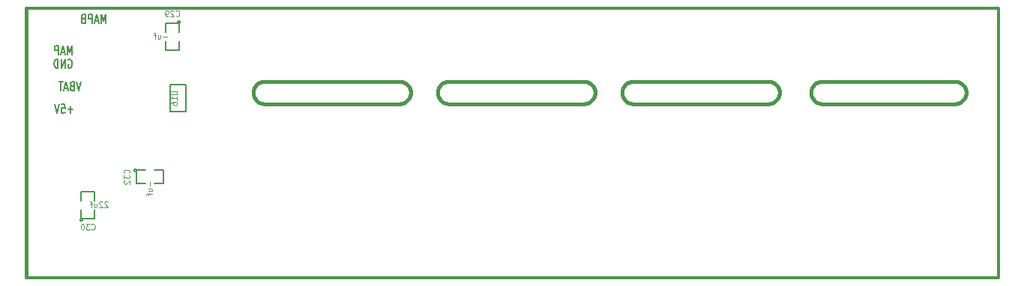
<source format=gbo>
G04 (created by PCBNEW-RS274X (20100406 SVN-R2508)-final) date 6/3/2010 9:59:45 PM*
G01*
G70*
G90*
%MOIN*%
G04 Gerber Fmt 3.4, Leading zero omitted, Abs format*
%FSLAX34Y34*%
G04 APERTURE LIST*
%ADD10C,0.006000*%
%ADD11C,0.012000*%
%ADD12C,0.015000*%
%ADD13C,0.005000*%
%ADD14C,0.004200*%
G04 APERTURE END LIST*
G54D10*
G54D11*
X64250Y-43250D02*
X21000Y-43250D01*
X64250Y-55250D02*
X64250Y-43250D01*
X21000Y-55250D02*
X64250Y-55250D01*
G54D12*
X21000Y-55200D02*
X21000Y-55000D01*
X54000Y-47500D02*
X48000Y-47500D01*
X31600Y-46500D02*
X31557Y-46502D01*
X31514Y-46508D01*
X31471Y-46518D01*
X31429Y-46531D01*
X31389Y-46547D01*
X31351Y-46567D01*
X31314Y-46591D01*
X31279Y-46617D01*
X31247Y-46647D01*
X31217Y-46679D01*
X31191Y-46714D01*
X31167Y-46751D01*
X31147Y-46789D01*
X31131Y-46829D01*
X31118Y-46871D01*
X31108Y-46914D01*
X31102Y-46957D01*
X31100Y-47000D01*
X31100Y-47000D02*
X31102Y-47043D01*
X31108Y-47086D01*
X31118Y-47129D01*
X31131Y-47171D01*
X31147Y-47211D01*
X31167Y-47249D01*
X31191Y-47286D01*
X31217Y-47321D01*
X31247Y-47353D01*
X31279Y-47383D01*
X31314Y-47409D01*
X31351Y-47433D01*
X31389Y-47453D01*
X31429Y-47469D01*
X31471Y-47482D01*
X31514Y-47492D01*
X31557Y-47498D01*
X31600Y-47500D01*
X37600Y-47500D02*
X37643Y-47498D01*
X37686Y-47492D01*
X37729Y-47482D01*
X37771Y-47469D01*
X37811Y-47453D01*
X37850Y-47433D01*
X37886Y-47409D01*
X37921Y-47383D01*
X37953Y-47353D01*
X37983Y-47321D01*
X38009Y-47286D01*
X38033Y-47249D01*
X38053Y-47211D01*
X38069Y-47171D01*
X38082Y-47129D01*
X38092Y-47086D01*
X38098Y-47043D01*
X38100Y-47000D01*
X38100Y-47000D02*
X38098Y-46957D01*
X38092Y-46914D01*
X38082Y-46871D01*
X38069Y-46829D01*
X38053Y-46789D01*
X38033Y-46751D01*
X38009Y-46714D01*
X37983Y-46679D01*
X37953Y-46647D01*
X37921Y-46617D01*
X37886Y-46591D01*
X37850Y-46567D01*
X37811Y-46547D01*
X37771Y-46531D01*
X37729Y-46518D01*
X37686Y-46508D01*
X37643Y-46502D01*
X37600Y-46500D01*
X39800Y-46500D02*
X39757Y-46502D01*
X39714Y-46508D01*
X39671Y-46518D01*
X39629Y-46531D01*
X39589Y-46547D01*
X39551Y-46567D01*
X39514Y-46591D01*
X39479Y-46617D01*
X39447Y-46647D01*
X39417Y-46679D01*
X39391Y-46714D01*
X39367Y-46751D01*
X39347Y-46789D01*
X39331Y-46829D01*
X39318Y-46871D01*
X39308Y-46914D01*
X39302Y-46957D01*
X39300Y-47000D01*
X39300Y-47000D02*
X39302Y-47043D01*
X39308Y-47086D01*
X39318Y-47129D01*
X39331Y-47171D01*
X39347Y-47211D01*
X39367Y-47249D01*
X39391Y-47286D01*
X39417Y-47321D01*
X39447Y-47353D01*
X39479Y-47383D01*
X39514Y-47409D01*
X39551Y-47433D01*
X39589Y-47453D01*
X39629Y-47469D01*
X39671Y-47482D01*
X39714Y-47492D01*
X39757Y-47498D01*
X39800Y-47500D01*
X45800Y-47500D02*
X45843Y-47498D01*
X45886Y-47492D01*
X45929Y-47482D01*
X45971Y-47469D01*
X46011Y-47453D01*
X46050Y-47433D01*
X46086Y-47409D01*
X46121Y-47383D01*
X46153Y-47353D01*
X46183Y-47321D01*
X46209Y-47286D01*
X46233Y-47249D01*
X46253Y-47211D01*
X46269Y-47171D01*
X46282Y-47129D01*
X46292Y-47086D01*
X46298Y-47043D01*
X46300Y-47000D01*
X46300Y-47000D02*
X46298Y-46957D01*
X46292Y-46914D01*
X46282Y-46871D01*
X46269Y-46829D01*
X46253Y-46789D01*
X46233Y-46751D01*
X46209Y-46714D01*
X46183Y-46679D01*
X46153Y-46647D01*
X46121Y-46617D01*
X46086Y-46591D01*
X46050Y-46567D01*
X46011Y-46547D01*
X45971Y-46531D01*
X45929Y-46518D01*
X45886Y-46508D01*
X45843Y-46502D01*
X45800Y-46500D01*
X48000Y-46500D02*
X47957Y-46502D01*
X47914Y-46508D01*
X47871Y-46518D01*
X47829Y-46531D01*
X47789Y-46547D01*
X47751Y-46567D01*
X47714Y-46591D01*
X47679Y-46617D01*
X47647Y-46647D01*
X47617Y-46679D01*
X47591Y-46714D01*
X47567Y-46751D01*
X47547Y-46789D01*
X47531Y-46829D01*
X47518Y-46871D01*
X47508Y-46914D01*
X47502Y-46957D01*
X47500Y-47000D01*
X47500Y-47000D02*
X47502Y-47043D01*
X47508Y-47086D01*
X47518Y-47129D01*
X47531Y-47171D01*
X47547Y-47211D01*
X47567Y-47249D01*
X47591Y-47286D01*
X47617Y-47321D01*
X47647Y-47353D01*
X47679Y-47383D01*
X47714Y-47409D01*
X47751Y-47433D01*
X47789Y-47453D01*
X47829Y-47469D01*
X47871Y-47482D01*
X47914Y-47492D01*
X47957Y-47498D01*
X48000Y-47500D01*
X54000Y-47500D02*
X54043Y-47498D01*
X54086Y-47492D01*
X54129Y-47482D01*
X54171Y-47469D01*
X54211Y-47453D01*
X54250Y-47433D01*
X54286Y-47409D01*
X54321Y-47383D01*
X54353Y-47353D01*
X54383Y-47321D01*
X54409Y-47286D01*
X54433Y-47249D01*
X54453Y-47211D01*
X54469Y-47171D01*
X54482Y-47129D01*
X54492Y-47086D01*
X54498Y-47043D01*
X54500Y-47000D01*
X54500Y-47000D02*
X54498Y-46957D01*
X54492Y-46914D01*
X54482Y-46871D01*
X54469Y-46829D01*
X54453Y-46789D01*
X54433Y-46751D01*
X54409Y-46714D01*
X54383Y-46679D01*
X54353Y-46647D01*
X54321Y-46617D01*
X54286Y-46591D01*
X54250Y-46567D01*
X54211Y-46547D01*
X54171Y-46531D01*
X54129Y-46518D01*
X54086Y-46508D01*
X54043Y-46502D01*
X54000Y-46500D01*
X55900Y-47000D02*
X55902Y-47043D01*
X55908Y-47086D01*
X55918Y-47129D01*
X55931Y-47171D01*
X55947Y-47211D01*
X55967Y-47249D01*
X55991Y-47286D01*
X56017Y-47321D01*
X56047Y-47353D01*
X56079Y-47383D01*
X56114Y-47409D01*
X56151Y-47433D01*
X56189Y-47453D01*
X56229Y-47469D01*
X56271Y-47482D01*
X56314Y-47492D01*
X56357Y-47498D01*
X56400Y-47500D01*
X56400Y-46500D02*
X56357Y-46502D01*
X56314Y-46508D01*
X56271Y-46518D01*
X56229Y-46531D01*
X56189Y-46547D01*
X56151Y-46567D01*
X56114Y-46591D01*
X56079Y-46617D01*
X56047Y-46647D01*
X56017Y-46679D01*
X55991Y-46714D01*
X55967Y-46751D01*
X55947Y-46789D01*
X55931Y-46829D01*
X55918Y-46871D01*
X55908Y-46914D01*
X55902Y-46957D01*
X55900Y-47000D01*
X62300Y-47500D02*
X62343Y-47498D01*
X62386Y-47492D01*
X62429Y-47482D01*
X62471Y-47469D01*
X62511Y-47453D01*
X62550Y-47433D01*
X62586Y-47409D01*
X62621Y-47383D01*
X62653Y-47353D01*
X62683Y-47321D01*
X62709Y-47286D01*
X62733Y-47249D01*
X62753Y-47211D01*
X62769Y-47171D01*
X62782Y-47129D01*
X62792Y-47086D01*
X62798Y-47043D01*
X62800Y-47000D01*
X62800Y-47000D02*
X62798Y-46957D01*
X62792Y-46914D01*
X62782Y-46871D01*
X62769Y-46829D01*
X62753Y-46789D01*
X62733Y-46751D01*
X62709Y-46714D01*
X62683Y-46679D01*
X62653Y-46647D01*
X62621Y-46617D01*
X62586Y-46591D01*
X62550Y-46567D01*
X62511Y-46547D01*
X62471Y-46531D01*
X62429Y-46518D01*
X62386Y-46508D01*
X62343Y-46502D01*
X62300Y-46500D01*
X31600Y-47500D02*
X37600Y-47500D01*
X37600Y-46500D02*
X31600Y-46500D01*
X39800Y-47500D02*
X45800Y-47500D01*
X45800Y-46500D02*
X39800Y-46500D01*
X54000Y-46500D02*
X48000Y-46500D01*
X56400Y-46500D02*
X62300Y-46500D01*
X62300Y-47500D02*
X56400Y-47500D01*
G54D13*
X23086Y-47760D02*
X22857Y-47760D01*
X22971Y-47912D02*
X22971Y-47607D01*
X22572Y-47512D02*
X22715Y-47512D01*
X22729Y-47702D01*
X22715Y-47683D01*
X22686Y-47664D01*
X22615Y-47664D01*
X22586Y-47683D01*
X22572Y-47702D01*
X22557Y-47740D01*
X22557Y-47836D01*
X22572Y-47874D01*
X22586Y-47893D01*
X22615Y-47912D01*
X22686Y-47912D01*
X22715Y-47893D01*
X22729Y-47874D01*
X22471Y-47512D02*
X22371Y-47912D01*
X22271Y-47512D01*
X23442Y-46512D02*
X23342Y-46912D01*
X23242Y-46512D01*
X23043Y-46702D02*
X23000Y-46721D01*
X22985Y-46740D01*
X22971Y-46779D01*
X22971Y-46836D01*
X22985Y-46874D01*
X23000Y-46893D01*
X23028Y-46912D01*
X23143Y-46912D01*
X23143Y-46512D01*
X23043Y-46512D01*
X23014Y-46531D01*
X23000Y-46550D01*
X22985Y-46588D01*
X22985Y-46626D01*
X23000Y-46664D01*
X23014Y-46683D01*
X23043Y-46702D01*
X23143Y-46702D01*
X22857Y-46798D02*
X22714Y-46798D01*
X22885Y-46912D02*
X22785Y-46512D01*
X22685Y-46912D01*
X22628Y-46512D02*
X22457Y-46512D01*
X22543Y-46912D02*
X22543Y-46512D01*
X22878Y-45531D02*
X22907Y-45512D01*
X22950Y-45512D01*
X22993Y-45531D01*
X23021Y-45569D01*
X23036Y-45607D01*
X23050Y-45683D01*
X23050Y-45740D01*
X23036Y-45817D01*
X23021Y-45855D01*
X22993Y-45893D01*
X22950Y-45912D01*
X22921Y-45912D01*
X22878Y-45893D01*
X22864Y-45874D01*
X22864Y-45740D01*
X22921Y-45740D01*
X22736Y-45912D02*
X22736Y-45512D01*
X22564Y-45912D01*
X22564Y-45512D01*
X22422Y-45912D02*
X22422Y-45512D01*
X22350Y-45512D01*
X22307Y-45531D01*
X22279Y-45569D01*
X22264Y-45607D01*
X22250Y-45683D01*
X22250Y-45740D01*
X22264Y-45817D01*
X22279Y-45855D01*
X22307Y-45893D01*
X22350Y-45912D01*
X22422Y-45912D01*
X23029Y-45312D02*
X23029Y-44912D01*
X22929Y-45198D01*
X22829Y-44912D01*
X22829Y-45312D01*
X22700Y-45198D02*
X22557Y-45198D01*
X22728Y-45312D02*
X22628Y-44912D01*
X22528Y-45312D01*
X22429Y-45312D02*
X22429Y-44912D01*
X22314Y-44912D01*
X22286Y-44931D01*
X22271Y-44950D01*
X22257Y-44988D01*
X22257Y-45045D01*
X22271Y-45083D01*
X22286Y-45102D01*
X22314Y-45121D01*
X22429Y-45121D01*
X24529Y-43912D02*
X24529Y-43512D01*
X24429Y-43798D01*
X24329Y-43512D01*
X24329Y-43912D01*
X24200Y-43798D02*
X24057Y-43798D01*
X24228Y-43912D02*
X24128Y-43512D01*
X24028Y-43912D01*
X23929Y-43912D02*
X23929Y-43512D01*
X23814Y-43512D01*
X23786Y-43531D01*
X23771Y-43550D01*
X23757Y-43588D01*
X23757Y-43645D01*
X23771Y-43683D01*
X23786Y-43702D01*
X23814Y-43721D01*
X23929Y-43721D01*
X23529Y-43702D02*
X23486Y-43721D01*
X23471Y-43740D01*
X23457Y-43779D01*
X23457Y-43836D01*
X23471Y-43874D01*
X23486Y-43893D01*
X23514Y-43912D01*
X23629Y-43912D01*
X23629Y-43512D01*
X23529Y-43512D01*
X23500Y-43531D01*
X23486Y-43550D01*
X23471Y-43588D01*
X23471Y-43626D01*
X23486Y-43664D01*
X23500Y-43683D01*
X23529Y-43702D01*
X23629Y-43702D01*
G54D12*
X21000Y-43250D02*
X21000Y-55000D01*
G54D13*
X27400Y-47850D02*
X28100Y-47850D01*
X28100Y-47850D02*
X28100Y-46650D01*
X28100Y-46650D02*
X27400Y-46650D01*
X27400Y-46650D02*
X27400Y-47850D01*
X23500Y-52650D02*
X23499Y-52659D01*
X23496Y-52669D01*
X23491Y-52677D01*
X23485Y-52685D01*
X23477Y-52691D01*
X23469Y-52696D01*
X23460Y-52698D01*
X23450Y-52699D01*
X23441Y-52699D01*
X23432Y-52696D01*
X23423Y-52691D01*
X23416Y-52685D01*
X23409Y-52678D01*
X23405Y-52669D01*
X23402Y-52660D01*
X23401Y-52650D01*
X23401Y-52641D01*
X23404Y-52632D01*
X23408Y-52623D01*
X23415Y-52616D01*
X23422Y-52609D01*
X23430Y-52605D01*
X23440Y-52602D01*
X23449Y-52601D01*
X23458Y-52601D01*
X23468Y-52604D01*
X23476Y-52608D01*
X23484Y-52614D01*
X23490Y-52622D01*
X23495Y-52630D01*
X23498Y-52639D01*
X23499Y-52649D01*
X23500Y-52650D01*
X23450Y-52200D02*
X23450Y-52600D01*
X23450Y-52600D02*
X24050Y-52600D01*
X24050Y-52600D02*
X24050Y-52200D01*
X24050Y-51800D02*
X24050Y-51400D01*
X24050Y-51400D02*
X23450Y-51400D01*
X23450Y-51400D02*
X23450Y-51800D01*
X25900Y-50450D02*
X25899Y-50459D01*
X25896Y-50469D01*
X25891Y-50477D01*
X25885Y-50485D01*
X25877Y-50491D01*
X25869Y-50496D01*
X25860Y-50498D01*
X25850Y-50499D01*
X25841Y-50499D01*
X25832Y-50496D01*
X25823Y-50491D01*
X25816Y-50485D01*
X25809Y-50478D01*
X25805Y-50469D01*
X25802Y-50460D01*
X25801Y-50450D01*
X25801Y-50441D01*
X25804Y-50432D01*
X25808Y-50423D01*
X25815Y-50416D01*
X25822Y-50409D01*
X25830Y-50405D01*
X25840Y-50402D01*
X25849Y-50401D01*
X25858Y-50401D01*
X25868Y-50404D01*
X25876Y-50408D01*
X25884Y-50414D01*
X25890Y-50422D01*
X25895Y-50430D01*
X25898Y-50439D01*
X25899Y-50449D01*
X25900Y-50450D01*
X26300Y-50450D02*
X25900Y-50450D01*
X25900Y-50450D02*
X25900Y-51050D01*
X25900Y-51050D02*
X26300Y-51050D01*
X26700Y-51050D02*
X27100Y-51050D01*
X27100Y-51050D02*
X27100Y-50450D01*
X27100Y-50450D02*
X26700Y-50450D01*
X27850Y-43850D02*
X27849Y-43859D01*
X27846Y-43869D01*
X27841Y-43877D01*
X27835Y-43885D01*
X27827Y-43891D01*
X27819Y-43896D01*
X27810Y-43898D01*
X27800Y-43899D01*
X27791Y-43899D01*
X27782Y-43896D01*
X27773Y-43891D01*
X27766Y-43885D01*
X27759Y-43878D01*
X27755Y-43869D01*
X27752Y-43860D01*
X27751Y-43850D01*
X27751Y-43841D01*
X27754Y-43832D01*
X27758Y-43823D01*
X27765Y-43816D01*
X27772Y-43809D01*
X27780Y-43805D01*
X27790Y-43802D01*
X27799Y-43801D01*
X27808Y-43801D01*
X27818Y-43804D01*
X27826Y-43808D01*
X27834Y-43814D01*
X27840Y-43822D01*
X27845Y-43830D01*
X27848Y-43839D01*
X27849Y-43849D01*
X27850Y-43850D01*
X27800Y-44300D02*
X27800Y-43900D01*
X27800Y-43900D02*
X27200Y-43900D01*
X27200Y-43900D02*
X27200Y-44300D01*
X27200Y-44700D02*
X27200Y-45100D01*
X27200Y-45100D02*
X27800Y-45100D01*
X27800Y-45100D02*
X27800Y-44700D01*
G54D14*
X27421Y-46941D02*
X27664Y-46941D01*
X27693Y-46952D01*
X27707Y-46964D01*
X27721Y-46988D01*
X27721Y-47036D01*
X27707Y-47060D01*
X27693Y-47071D01*
X27664Y-47083D01*
X27421Y-47083D01*
X27721Y-47333D02*
X27721Y-47191D01*
X27721Y-47262D02*
X27421Y-47262D01*
X27464Y-47238D01*
X27493Y-47214D01*
X27507Y-47191D01*
X27421Y-47548D02*
X27421Y-47500D01*
X27436Y-47476D01*
X27450Y-47464D01*
X27493Y-47441D01*
X27550Y-47429D01*
X27664Y-47429D01*
X27693Y-47441D01*
X27707Y-47452D01*
X27721Y-47476D01*
X27721Y-47524D01*
X27707Y-47548D01*
X27693Y-47560D01*
X27664Y-47571D01*
X27593Y-47571D01*
X27564Y-47560D01*
X27550Y-47548D01*
X27536Y-47524D01*
X27536Y-47476D01*
X27550Y-47452D01*
X27564Y-47441D01*
X27593Y-47429D01*
X23911Y-53077D02*
X23923Y-53089D01*
X23958Y-53101D01*
X23982Y-53101D01*
X24018Y-53089D01*
X24042Y-53065D01*
X24053Y-53042D01*
X24065Y-52994D01*
X24065Y-52958D01*
X24053Y-52911D01*
X24042Y-52887D01*
X24018Y-52863D01*
X23982Y-52851D01*
X23958Y-52851D01*
X23923Y-52863D01*
X23911Y-52875D01*
X23827Y-52851D02*
X23673Y-52851D01*
X23756Y-52946D01*
X23720Y-52946D01*
X23696Y-52958D01*
X23684Y-52970D01*
X23673Y-52994D01*
X23673Y-53054D01*
X23684Y-53077D01*
X23696Y-53089D01*
X23720Y-53101D01*
X23792Y-53101D01*
X23815Y-53089D01*
X23827Y-53077D01*
X23518Y-52851D02*
X23494Y-52851D01*
X23470Y-52863D01*
X23458Y-52875D01*
X23446Y-52899D01*
X23435Y-52946D01*
X23435Y-53006D01*
X23446Y-53054D01*
X23458Y-53077D01*
X23470Y-53089D01*
X23494Y-53101D01*
X23518Y-53101D01*
X23542Y-53089D01*
X23554Y-53077D01*
X23565Y-53054D01*
X23577Y-53006D01*
X23577Y-52946D01*
X23565Y-52899D01*
X23554Y-52875D01*
X23542Y-52863D01*
X23518Y-52851D01*
X24624Y-51875D02*
X24612Y-51863D01*
X24589Y-51851D01*
X24529Y-51851D01*
X24505Y-51863D01*
X24493Y-51875D01*
X24482Y-51899D01*
X24482Y-51923D01*
X24493Y-51958D01*
X24636Y-52101D01*
X24482Y-52101D01*
X24386Y-51875D02*
X24374Y-51863D01*
X24351Y-51851D01*
X24291Y-51851D01*
X24267Y-51863D01*
X24255Y-51875D01*
X24244Y-51899D01*
X24244Y-51923D01*
X24255Y-51958D01*
X24398Y-52101D01*
X24244Y-52101D01*
X24029Y-51935D02*
X24029Y-52101D01*
X24136Y-51935D02*
X24136Y-52065D01*
X24125Y-52089D01*
X24101Y-52101D01*
X24065Y-52101D01*
X24041Y-52089D01*
X24029Y-52077D01*
X23946Y-51935D02*
X23851Y-51935D01*
X23910Y-52101D02*
X23910Y-51887D01*
X23899Y-51863D01*
X23875Y-51851D01*
X23851Y-51851D01*
X25577Y-50589D02*
X25589Y-50577D01*
X25601Y-50542D01*
X25601Y-50518D01*
X25589Y-50482D01*
X25565Y-50458D01*
X25542Y-50447D01*
X25494Y-50435D01*
X25458Y-50435D01*
X25411Y-50447D01*
X25387Y-50458D01*
X25363Y-50482D01*
X25351Y-50518D01*
X25351Y-50542D01*
X25363Y-50577D01*
X25375Y-50589D01*
X25351Y-50673D02*
X25351Y-50827D01*
X25446Y-50744D01*
X25446Y-50780D01*
X25458Y-50804D01*
X25470Y-50816D01*
X25494Y-50827D01*
X25554Y-50827D01*
X25577Y-50816D01*
X25589Y-50804D01*
X25601Y-50780D01*
X25601Y-50708D01*
X25589Y-50685D01*
X25577Y-50673D01*
X25375Y-50923D02*
X25363Y-50935D01*
X25351Y-50958D01*
X25351Y-51018D01*
X25363Y-51042D01*
X25375Y-51054D01*
X25399Y-51065D01*
X25423Y-51065D01*
X25458Y-51054D01*
X25601Y-50911D01*
X25601Y-51065D01*
X26506Y-50971D02*
X26506Y-51161D01*
X26435Y-51388D02*
X26601Y-51388D01*
X26435Y-51281D02*
X26565Y-51281D01*
X26589Y-51292D01*
X26601Y-51316D01*
X26601Y-51352D01*
X26589Y-51376D01*
X26577Y-51388D01*
X26435Y-51471D02*
X26435Y-51566D01*
X26601Y-51507D02*
X26387Y-51507D01*
X26363Y-51518D01*
X26351Y-51542D01*
X26351Y-51566D01*
X27661Y-43577D02*
X27673Y-43589D01*
X27708Y-43601D01*
X27732Y-43601D01*
X27768Y-43589D01*
X27792Y-43565D01*
X27803Y-43542D01*
X27815Y-43494D01*
X27815Y-43458D01*
X27803Y-43411D01*
X27792Y-43387D01*
X27768Y-43363D01*
X27732Y-43351D01*
X27708Y-43351D01*
X27673Y-43363D01*
X27661Y-43375D01*
X27565Y-43375D02*
X27553Y-43363D01*
X27530Y-43351D01*
X27470Y-43351D01*
X27446Y-43363D01*
X27434Y-43375D01*
X27423Y-43399D01*
X27423Y-43423D01*
X27434Y-43458D01*
X27577Y-43601D01*
X27423Y-43601D01*
X27304Y-43601D02*
X27256Y-43601D01*
X27232Y-43589D01*
X27220Y-43577D01*
X27196Y-43542D01*
X27185Y-43494D01*
X27185Y-43399D01*
X27196Y-43375D01*
X27208Y-43363D01*
X27232Y-43351D01*
X27280Y-43351D01*
X27304Y-43363D01*
X27315Y-43375D01*
X27327Y-43399D01*
X27327Y-43458D01*
X27315Y-43482D01*
X27304Y-43494D01*
X27280Y-43506D01*
X27232Y-43506D01*
X27208Y-43494D01*
X27196Y-43482D01*
X27185Y-43458D01*
X27279Y-44506D02*
X27089Y-44506D01*
X26862Y-44435D02*
X26862Y-44601D01*
X26969Y-44435D02*
X26969Y-44565D01*
X26958Y-44589D01*
X26934Y-44601D01*
X26898Y-44601D01*
X26874Y-44589D01*
X26862Y-44577D01*
X26779Y-44435D02*
X26684Y-44435D01*
X26743Y-44601D02*
X26743Y-44387D01*
X26732Y-44363D01*
X26708Y-44351D01*
X26684Y-44351D01*
M02*

</source>
